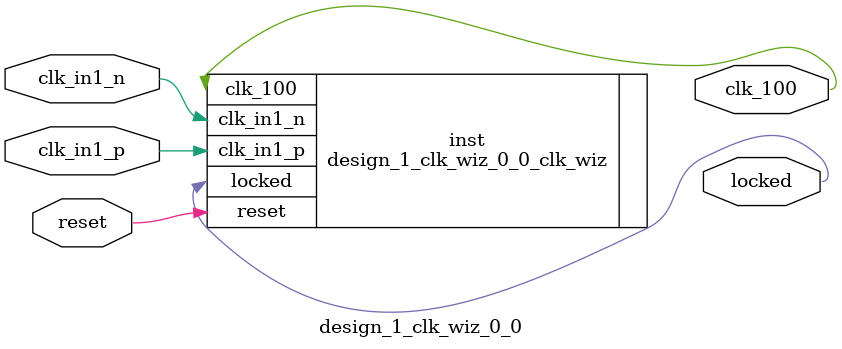
<source format=v>


`timescale 1ps/1ps

(* CORE_GENERATION_INFO = "design_1_clk_wiz_0_0,clk_wiz_v6_0_5_0_0,{component_name=design_1_clk_wiz_0_0,use_phase_alignment=true,use_min_o_jitter=false,use_max_i_jitter=false,use_dyn_phase_shift=false,use_inclk_switchover=false,use_dyn_reconfig=false,enable_axi=0,feedback_source=FDBK_AUTO,PRIMITIVE=MMCM,num_out_clk=1,clkin1_period=5.000,clkin2_period=10.0,use_power_down=false,use_reset=true,use_locked=true,use_inclk_stopped=false,feedback_type=SINGLE,CLOCK_MGR_TYPE=NA,manual_override=false}" *)

module design_1_clk_wiz_0_0 
 (
  // Clock out ports
  output        clk_100,
  // Status and control signals
  input         reset,
  output        locked,
 // Clock in ports
  input         clk_in1_p,
  input         clk_in1_n
 );

  design_1_clk_wiz_0_0_clk_wiz inst
  (
  // Clock out ports  
  .clk_100(clk_100),
  // Status and control signals               
  .reset(reset), 
  .locked(locked),
 // Clock in ports
  .clk_in1_p(clk_in1_p),
  .clk_in1_n(clk_in1_n)
  );

endmodule

</source>
